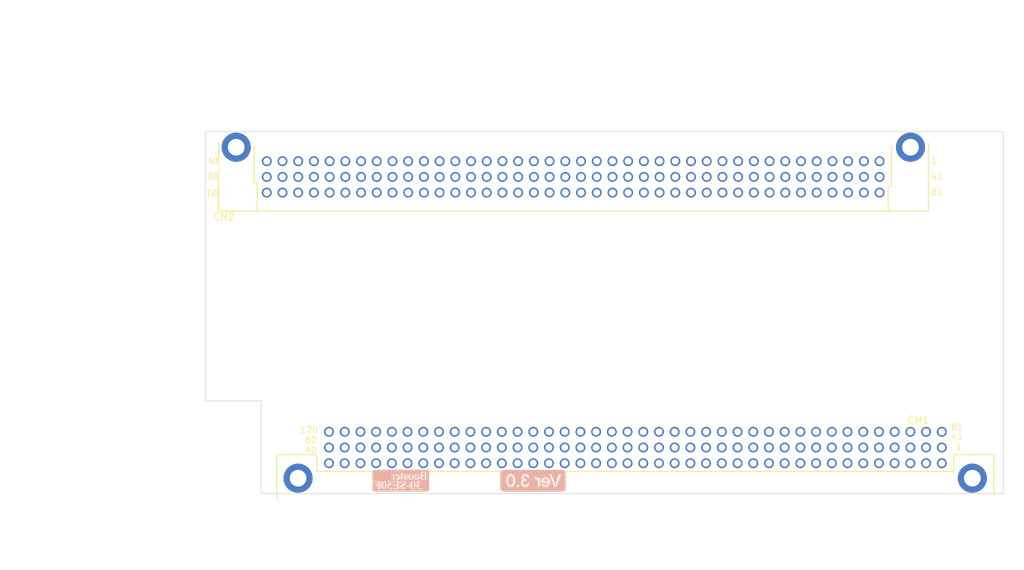
<source format=kicad_pcb>
(kicad_pcb (version 20240108) (generator "pcbnew") (generator_version "8.0")
  (layers (0 "F.Cu" signal) (1 "In1.Cu" signal) (2 "In2.Cu" signal) (31 "B.Cu" signal) (34 "B.Paste" user) (35 "F.Paste" user) (36 "B.SilkS" user "B.Silkscreen") (37 "F.SilkS" user "F.Silkscreen") (38 "B.Mask" user) (39 "F.Mask" user) (44 "Edge.Cuts" user))
  (net 0 "")
  (net 1 "/BR.PT")
  (net 2 "/A0")
  (net 3 "/A30")
  (net 4 "/A28")
  (net 5 "/A26")
  (net 6 "/A24")
  (net 7 "/A23")
  (net 8 "/A21")
  (net 9 "/A19")
  (net 10 "/A17")
  (net 11 "/A15")
  (net 12 "/A13")
  (net 13 "/A10")
  (net 14 "/RMC")
  (net 15 "/A31")
  (net 16 "/A29")
  (net 17 "/A27")
  (net 18 "/A25")
  (net 19 "/A22")
  (net 20 "/A20")
  (net 21 "/A16")
  (net 22 "/A14")
  (net 23 "/A12")
  (net 24 "/A8")
  (net 25 "/A7")
  (net 26 "/FC1")
  (net 27 "/CIOUT")
  (net 28 "/BGACK.PT")
  (net 29 "/A1")
  (net 30 "GND")
  (net 31 "+5V")
  (net 32 "/A18")
  (net 33 "/A11")
  (net 34 "/A9")
  (net 35 "/A5")
  (net 36 "/A4")
  (net 37 "/FC2")
  (net 38 "/FC0")
  (net 39 "/DSACK1.PDS")
  (net 40 "/A6")
  (net 41 "/A3")
  (net 42 "/A2")
  (net 43 "/DSACK0.PDS")
  (net 44 "/RESET")
  (net 45 "/IPL2")
  (net 46 "/IPL1")
  (net 47 "/BERR")
  (net 48 "/HALT")
  (net 49 "/IPL0")
  (net 50 "/CBACK")
  (net 51 "/CBREQ")
  (net 52 "/SIZ1")
  (net 53 "/D5")
  (net 54 "/D1")
  (net 55 "/D0")
  (net 56 "/SIZ0")
  (net 57 "/R{slash}W")
  (net 58 "/D30")
  (net 59 "/D10")
  (net 60 "/D7")
  (net 61 "/D4")
  (net 62 "/D2")
  (net 63 "/D29")
  (net 64 "/D27")
  (net 65 "/D24")
  (net 66 "/D22")
  (net 67 "/D20")
  (net 68 "/D17")
  (net 69 "/D14")
  (net 70 "/D12")
  (net 71 "/D9")
  (net 72 "/D6")
  (net 73 "/D3")
  (net 74 "/D31")
  (net 75 "/D28")
  (net 76 "/D26")
  (net 77 "/D25")
  (net 78 "/D23")
  (net 79 "/D21")
  (net 80 "/D19")
  (net 81 "/D18")
  (net 82 "/D16")
  (net 83 "/D15")
  (net 84 "/D13")
  (net 85 "/D11")
  (net 86 "/D8")
  (net 87 "/CPUCLK.PDS")
  (net 88 "/STERM.PDS")
  (net 89 "/AS.PDS")
  (net 90 "/BG.PT")
  (net 91 "/DS.PDS")
  (net 92 "/RESA1")
  (net 93 "/RESA2")
  (net 94 "/BUSLOCK")
  (net 95 "/IRQ3")
  (net 96 "-12V")
  (net 97 "/RESB1")
  (net 98 "/TM1A")
  (net 99 "/IRQ2")
  (net 100 "/ECLK")
  (net 101 "-5V")
  (net 102 "/PFW")
  (net 103 "/NUBUS")
  (net 104 "/TM0A")
  (net 105 "/IRQ1")
  (net 106 "/C16M")
  (net 107 "+12V")
  (footprint "MountingHole:MountingHole_2.7mm_M2.5_DIN965_Pad" (layer "F.Cu") (at 186 75)
    (property "Reference" "H3")
    (property "Value" "MountingHole_Pad")
    (pad "1" thru_hole circle (at 0 0) (size 4.7 4.7) (drill 2.7) (layers "*.Cu" "*.Mask"))
  )
  (footprint "Interware Booster:IW_650949-5 RA MALE" (layer "F.Cu") (at 142.73 128.24 -90)
    (property "Reference" "CN1" (at -9.14 -44.52 0) (layer "F.SilkS") (effects (font (size 1.2 1.2) (thickness 0.2) (bold yes))))
    (property "Value" "PDS_LB_MALE")
    (pad "A1" thru_hole circle (at -2.16 -48.33 270) (size 1.6 1.6) (drill 1.1) (layers "*.Cu" "*.Mask") (net 92 "/RESA1"))
    (pad "A2" thru_hole circle (at -2.16 -45.79 270) (size 1.6 1.6) (drill 1.1) (layers "*.Cu" "*.Mask") (net 93 "/RESA2"))
    (pad "A3" thru_hole circle (at -2.16 -43.25 270) (size 1.6 1.6) (drill 1.1) (layers "*.Cu" "*.Mask") (net 94 "/BUSLOCK"))
    (pad "A4" thru_hole circle (at -2.16 -40.71 270) (size 1.6 1.6) (drill 1.1) (layers "*.Cu" "*.Mask") (net 95 "/IRQ3"))
    (pad "A5" thru_hole circle (at -2.16 -38.17 270) (size 1.6 1.6) (drill 1.1) (layers "*.Cu" "*.Mask") (net 45 "/IPL2"))
    (pad "A6" thru_hole circle (at -2.16 -35.63 270) (size 1.6 1.6) (drill 1.1) (layers "*.Cu" "*.Mask") (net 27 "/CIOUT"))
    (pad "A7" thru_hole circle (at -2.16 -33.09 270) (size 1.6 1.6) (drill 1.1) (layers "*.Cu" "*.Mask") (net 88 "/STERM.PDS"))
    (pad "A8" thru_hole circle (at -2.16 -30.55 270) (size 1.6 1.6) (drill 1.1) (layers "*.Cu" "*.Mask") (net 39 "/DSACK1.PDS"))
    (pad "A9" thru_hole circle (at -2.16 -28.01 270) (size 1.6 1.6) (drill 1.1) (layers "*.Cu" "*.Mask") (net 52 "/SIZ1"))
    (pad "A10" thru_hole circle (at -2.16 -25.47 270) (size 1.6 1.6) (drill 1.1) (layers "*.Cu" "*.Mask") (net 28 "/BGACK.PT"))
    (pad "A11" thru_hole circle (at -2.16 -22.93 270) (size 1.6 1.6) (drill 1.1) (layers "*.Cu" "*.Mask") (net 37 "/FC2"))
    (pad "A12" thru_hole circle (at -2.16 -20.39 270) (size 1.6 1.6) (drill 1.1) (layers "*.Cu" "*.Mask") (net 44 "/RESET"))
    (pad "A13" thru_hole circle (at -2.16 -17.85 270) (size 1.6 1.6) (drill 1.1) (layers "*.Cu" "*.Mask") (net 55 "/D0"))
    (pad "A14" thru_hole circle (at -2.16 -15.31 270) (size 1.6 1.6) (drill 1.1) (layers "*.Cu" "*.Mask") (net 62 "/D2"))
    (pad "A15" thru_hole circle (at -2.16 -12.77 270) (size 1.6 1.6) (drill 1.1) (layers "*.Cu" "*.Mask") (net 53 "/D5"))
    (pad "A16" thru_hole circle (at -2.16 -10.23 270) (size 1.6 1.6) (drill 1.1) (layers "*.Cu" "*.Mask") (net 86 "/D8"))
    (pad "A17" thru_hole circle (at -2.16 -7.69 270) (size 1.6 1.6) (drill 1.1) (layers "*.Cu" "*.Mask") (net 59 "/D10"))
    (pad "A18" thru_hole circle (at -2.16 -5.15 270) (size 1.6 1.6) (drill 1.1) (layers "*.Cu" "*.Mask") (net 84 "/D13"))
    (pad "A19" thru_hole circle (at -2.16 -2.61 270) (size 1.6 1.6) (drill 1.1) (layers "*.Cu" "*.Mask") (net 82 "/D16"))
    (pad "A20" thru_hole circle (at -2.16 -0.07 270) (size 1.6 1.6) (drill 1.1) (layers "*.Cu" "*.Mask") (net 81 "/D18"))
    (pad "A21" thru_hole circle (at -2.16 2.47 270) (size 1.6 1.6) (drill 1.1) (layers "*.Cu" "*.Mask") (net 79 "/D21"))
    (pad "A22" thru_hole circle (at -2.16 5.01 270) (size 1.6 1.6) (drill 1.1) (layers "*.Cu" "*.Mask") (net 65 "/D24"))
    (pad "A23" thru_hole circle (at -2.16 7.55 270) (size 1.6 1.6) (drill 1.1) (layers "*.Cu" "*.Mask") (net 76 "/D26"))
    (pad "A24" thru_hole circle (at -2.16 10.09 270) (size 1.6 1.6) (drill 1.1) (layers "*.Cu" "*.Mask") (net 63 "/D29"))
    (pad "A25" thru_hole circle (at -2.16 12.63 270) (size 1.6 1.6) (drill 1.1) (layers "*.Cu" "*.Mask") (net 15 "/A31"))
    (pad "A26" thru_hole circle (at -2.16 15.17 270) (size 1.6 1.6) (drill 1.1) (layers "*.Cu" "*.Mask") (net 16 "/A29"))
    (pad "A27" thru_hole circle (at -2.16 17.71 270) (size 1.6 1.6) (drill 1.1) (layers "*.Cu" "*.Mask") (net 5 "/A26"))
    (pad "A28" thru_hole circle (at -2.16 20.25 270) (size 1.6 1.6) (drill 1.1) (layers "*.Cu" "*.Mask") (net 7 "/A23"))
    (pad "A29" thru_hole circle (at -2.16 22.79 270) (size 1.6 1.6) (drill 1.1) (layers "*.Cu" "*.Mask") (net 8 "/A21"))
    (pad "A30" thru_hole circle (at -2.16 25.33 270) (size 1.6 1.6) (drill 1.1) (layers "*.Cu" "*.Mask") (net 32 "/A18"))
    (pad "A31" thru_hole circle (at -2.16 27.87 270) (size 1.6 1.6) (drill 1.1) (layers "*.Cu" "*.Mask") (net 11 "/A15"))
    (pad "A32" thru_hole circle (at -2.16 30.41 270) (size 1.6 1.6) (drill 1.1) (layers "*.Cu" "*.Mask") (net 12 "/A13"))
    (pad "A33" thru_hole circle (at -2.16 32.95 270) (size 1.6 1.6) (drill 1.1) (layers "*.Cu" "*.Mask") (net 13 "/A10"))
    (pad "A34" thru_hole circle (at -2.16 35.49 270) (size 1.6 1.6) (drill 1.1) (layers "*.Cu" "*.Mask") (net 25 "/A7"))
    (pad "A35" thru_hole circle (at -2.16 38.03 270) (size 1.6 1.6) (drill 1.1) (layers "*.Cu" "*.Mask") (net 35 "/A5"))
    (pad "A36" thru_hole circle (at -2.16 40.57 270) (size 1.6 1.6) (drill 1.1) (layers "*.Cu" "*.Mask") (net 42 "/A2"))
    (pad "A37" thru_hole circle (at -2.16 43.11 270) (size 1.6 1.6) (drill 1.1) (layers "*.Cu" "*.Mask") (net 31 "+5V"))
    (pad "A38" thru_hole circle (at -2.16 45.65 270) (size 1.6 1.6) (drill 1.1) (layers "*.Cu" "*.Mask") (net 87 "/CPUCLK.PDS"))
    (pad "A39" thru_hole circle (at -2.16 48.19 270) (size 1.6 1.6) (drill 1.1) (layers "*.Cu" "*.Mask") (net 30 "GND"))
    (pad "A40" thru_hole circle (at -2.16 50.73 270) (size 1.6 1.6) (drill 1.1) (layers "*.Cu" "*.Mask") (net 96 "-12V"))
    (pad "B1" thru_hole circle (at -4.7 -48.33 270) (size 1.6 1.6) (drill 1.1) (layers "*.Cu" "*.Mask") (net 97 "/RESB1"))
    (pad "B2" thru_hole circle (at -4.7 -45.79 270) (size 1.6 1.6) (drill 1.1) (layers "*.Cu" "*.Mask") (net 30 "GND"))
    (pad "B3" thru_hole circle (at -4.7 -43.25 270) (size 1.6 1.6) (drill 1.1) (layers "*.Cu" "*.Mask") (net 98 "/TM1A"))
    (pad "B4" thru_hole circle (at -4.7 -40.71 270) (size 1.6 1.6) (drill 1.1) (layers "*.Cu" "*.Mask") (net 99 "/IRQ2"))
    (pad "B5" thru_hole circle (at -4.7 -38.17 270) (size 1.6 1.6) (drill 1.1) (layers "*.Cu" "*.Mask") (net 46 "/IPL1"))
    (pad "B6" thru_hole circle (at -4.7 -35.63 270) (size 1.6 1.6) (drill 1.1) (layers "*.Cu" "*.Mask") (net 91 "/DS.PDS"))
    (pad "B7" thru_hole circle (at -4.7 -33.09 270) (size 1.6 1.6) (drill 1.1) (layers "*.Cu" "*.Mask") (net 50 "/CBACK"))
    (pad "B8" thru_hole circle (at -4.7 -30.55 270) (size 1.6 1.6) (drill 1.1) (layers "*.Cu" "*.Mask") (net 43 "/DSACK0.PDS"))
    (pad "B9" thru_hole circle (at -4.7 -28.01 270) (size 1.6 1.6) (drill 1.1) (layers "*.Cu" "*.Mask") (net 56 "/SIZ0"))
    (pad "B10" thru_hole circle (at -4.7 -25.47 270) (size 1.6 1.6) (drill 1.1) (layers "*.Cu" "*.Mask") (net 90 "/BG.PT"))
    (pad "B11" thru_hole circle (at -4.7 -22.93 270) (size 1.6 1.6) (drill 1.1) (layers "*.Cu" "*.Mask") (net 26 "/FC1"))
    (pad "B12" thru_hole circle (at -4.7 -20.39 270) (size 1.6 1.6) (drill 1.1) (layers "*.Cu" "*.Mask") (net 47 "/BERR"))
    (pad "B13" thru_hole circle (at -4.7 -17.85 270) (size 1.6 1.6) (drill 1.1) (layers "*.Cu" "*.Mask") (net 31 "+5V"))
    (pad "B14" thru_hole circle (at -4.7 -15.31 270) (size 1.6 1.6) (drill 1.1) (layers "*.Cu" "*.Mask") (net 73 "/D3"))
    (pad "B15" thru_hole circle (at -4.7 -12.77 270) (size 1.6 1.6) (drill 1.1) (layers "*.Cu" "*.Mask") (net 72 "/D6"))
    (pad "B16" thru_hole circle (at -4.7 -10.23 270) (size 1.6 1.6) (drill 1.1) (layers "*.Cu" "*.Mask") (net 30 "GND"))
    (pad "B17" thru_hole circle (at -4.7 -7.69 270) (size 1.6 1.6) (drill 1.1) (layers "*.Cu" "*.Mask") (net 85 "/D11"))
    (pad "B18" thru_hole circle (at -4.7 -5.15 270) (size 1.6 1.6) (drill 1.1) (layers "*.Cu" "*.Mask") (net 69 "/D14"))
    (pad "B19" thru_hole circle (at -4.7 -2.61 270) (size 1.6 1.6) (drill 1.1) (layers "*.Cu" "*.Mask") (net 31 "+5V"))
    (pad "B20" thru_hole circle (at -4.7 -0.07 270) (size 1.6 1.6) (drill 1.1) (layers "*.Cu" "*.Mask") (net 80 "/D19"))
    (pad "B21" thru_hole circle (at -4.7 2.47 270) (size 1.6 1.6) (drill 1.1) (layers "*.Cu" "*.Mask") (net 66 "/D22"))
    (pad "B22" thru_hole circle (at -4.7 5.01 270) (size 1.6 1.6) (drill 1.1) (layers "*.Cu" "*.Mask") (net 30 "GND"))
    (pad "B23" thru_hole circle (at -4.7 7.55 270) (size 1.6 1.6) (drill 1.1) (layers "*.Cu" "*.Mask") (net 64 "/D27"))
    (pad "B24" thru_hole circle (at -4.7 10.09 270) (size 1.6 1.6) (drill 1.1) (layers "*.Cu" "*.Mask") (net 58 "/D30"))
    (pad "B25" thru_hole circle (at -4.7 12.63 270) (size 1.6 1.6) (drill 1.1) (layers "*.Cu" "*.Mask") (net 31 "+5V"))
    (pad "B26" thru_hole circle (at -4.7 15.17 270) (size 1.6 1.6) (drill 1.1) (layers "*.Cu" "*.Mask") (net 4 "/A28"))
    (pad "B27" thru_hole circle (at -4.7 17.71 270) (size 1.6 1.6) (drill 1.1) (layers "*.Cu" "*.Mask") (net 18 "/A25"))
    (pad "B28" thru_hole circle (at -4.7 20.25 270) (size 1.6 1.6) (drill 1.1) (layers "*.Cu" "*.Mask") (net 30 "GND"))
    (pad "B29" thru_hole circle (at -4.7 22.79 270) (size 1.6 1.6) (drill 1.1) (layers "*.Cu" "*.Mask") (net 20 "/A20"))
    (pad "B30" thru_hole circle (at -4.7 25.33 270) (size 1.6 1.6) (drill 1.1) (layers "*.Cu" "*.Mask") (net 10 "/A17"))
    (pad "B31" thru_hole circle (at -4.7 27.87 270) (size 1.6 1.6) (drill 1.1) (layers "*.Cu" "*.Mask") (net 31 "+5V"))
    (pad "B32" thru_hole circle (at -4.7 30.41 270) (size 1.6 1.6) (drill 1.1) (layers "*.Cu" "*.Mask") (net 23 "/A12"))
    (pad "B33" thru_hole circle (at -4.7 32.95 270) (size 1.6 1.6) (drill 1.1) (layers "*.Cu" "*.Mask") (net 34 "/A9"))
    (pad "B34" thru_hole circle (at -4.7 35.49 270) (size 1.6 1.6) (drill 1.1) (layers "*.Cu" "*.Mask") (net 30 "GND"))
    (pad "B35" thru_hole circle (at -4.7 38.03 270) (size 1.6 1.6) (drill 1.1) (layers "*.Cu" "*.Mask") (net 36 "/A4"))
    (pad "B36" thru_hole circle (at -4.7 40.57 270) (size 1.6 1.6) (drill 1.1) (layers "*.Cu" "*.Mask") (net 29 "/A1"))
    (pad "B37" thru_hole circle (at -4.7 43.11 270) (size 1.6 1.6) (drill 1.1) (layers "*.Cu" "*.Mask") (net 31 "+5V"))
    (pad "B38" thru_hole circle (at -4.7 45.65 270) (size 1.6 1.6) (drill 1.1) (layers "*.Cu" "*.Mask") (net 100 "/ECLK"))
    (pad "B39" thru_hole circle (at -4.7 48.19 270) (size 1.6 1.6) (drill 1.1) (layers "*.Cu" "*.Mask") (net 30 "GND"))
    (pad "B40" thru_hole circle (at -4.7 50.73 270) (size 1.6 1.6) (drill 1.1) (layers "*.Cu" "*.Mask") (net 101 "-5V"))
    (pad "C1" thru_hole circle (at -7.24 -48.33 270) (size 1.6 1.6) (drill 1.1) (layers "*.Cu" "*.Mask") (net 102 "/PFW"))
    (pad "C2" thru_hole circle (at -7.24 -45.79 270) (size 1.6 1.6) (drill 1.1) (layers "*.Cu" "*.Mask") (net 103 "/NUBUS"))
    (pad "C3" thru_hole circle (at -7.24 -43.25 270) (size 1.6 1.6) (drill 1.1) (layers "*.Cu" "*.Mask") (net 104 "/TM0A"))
    (pad "C4" thru_hole circle (at -7.24 -40.71 270) (size 1.6 1.6) (drill 1.1) (layers "*.Cu" "*.Mask") (net 105 "/IRQ1"))
    (pad "C5" thru_hole circle (at -7.24 -38.17 270) (size 1.6 1.6) (drill 1.1) (layers "*.Cu" "*.Mask") (net 49 "/IPL0"))
    (pad "C6" thru_hole circle (at -7.24 -35.63 270) (size 1.6 1.6) (drill 1.1) (layers "*.Cu" "*.Mask") (net 14 "/RMC"))
    (pad "C7" thru_hole circle (at -7.24 -33.09 270) (size 1.6 1.6) (drill 1.1) (layers "*.Cu" "*.Mask") (net 51 "/CBREQ"))
    (pad "C8" thru_hole circle (at -7.24 -30.55 270) (size 1.6 1.6) (drill 1.1) (layers "*.Cu" "*.Mask") (net 57 "/R{slash}W"))
    (pad "C9" thru_hole circle (at -7.24 -28.01 270) (size 1.6 1.6) (drill 1.1) (layers "*.Cu" "*.Mask") (net 89 "/AS.PDS"))
    (pad "C10" thru_hole circle (at -7.24 -25.47 270) (size 1.6 1.6) (drill 1.1) (layers "*.Cu" "*.Mask") (net 1 "/BR.PT"))
    (pad "C11" thru_hole circle (at -7.24 -22.93 270) (size 1.6 1.6) (drill 1.1) (layers "*.Cu" "*.Mask") (net 38 "/FC0"))
    (pad "C12" thru_hole circle (at -7.24 -20.39 270) (size 1.6 1.6) (drill 1.1) (layers "*.Cu" "*.Mask") (net 48 "/HALT"))
    (pad "C13" thru_hole circle (at -7.24 -17.85 270) (size 1.6 1.6) (drill 1.1) (layers "*.Cu" "*.Mask") (net 54 "/D1"))
    (pad "C14" thru_hole circle (at -7.24 -15.31 270) (size 1.6 1.6) (drill 1.1) (layers "*.Cu" "*.Mask") (net 61 "/D4"))
    (pad "C15" thru_hole circle (at -7.24 -12.77 270) (size 1.6 1.6) (drill 1.1) (layers "*.Cu" "*.Mask") (net 60 "/D7"))
    (pad "C16" thru_hole circle (at -7.24 -10.23 270) (size 1.6 1.6) (drill 1.1) (layers "*.Cu" "*.Mask") (net 71 "/D9"))
    (pad "C17" thru_hole circle (at -7.24 -7.69 270) (size 1.6 1.6) (drill 1.1) (layers "*.Cu" "*.Mask") (net 70 "/D12"))
    (pad "C18" thru_hole circle (at -7.24 -5.15 270) (size 1.6 1.6) (drill 1.1) (layers "*.Cu" "*.Mask") (net 83 "/D15"))
    (pad "C19" thru_hole circle (at -7.24 -2.61 270) (size 1.6 1.6) (drill 1.1) (layers "*.Cu" "*.Mask") (net 68 "/D17"))
    (pad "C20" thru_hole circle (at -7.24 -0.07 270) (size 1.6 1.6) (drill 1.1) (layers "*.Cu" "*.Mask") (net 67 "/D20"))
    (pad "C21" thru_hole circle (at -7.24 2.47 270) (size 1.6 1.6) (drill 1.1) (layers "*.Cu" "*.Mask") (net 78 "/D23"))
    (pad "C22" thru_hole circle (at -7.24 5.01 270) (size 1.6 1.6) (drill 1.1) (layers "*.Cu" "*.Mask") (net 77 "/D25"))
    (pad "C23" thru_hole circle (at -7.24 7.55 270) (size 1.6 1.6) (drill 1.1) (layers "*.Cu" "*.Mask") (net 75 "/D28"))
    (pad "C24" thru_hole circle (at -7.24 10.09 270) (size 1.6 1.6) (drill 1.1) (layers "*.Cu" "*.Mask") (net 74 "/D31"))
    (pad "C25" thru_hole circle (at -7.24 12.63 270) (size 1.6 1.6) (drill 1.1) (layers "*.Cu" "*.Mask") (net 3 "/A30"))
    (pad "C26" thru_hole circle (at -7.24 15.17 270) (size 1.6 1.6) (drill 1.1) (layers "*.Cu" "*.Mask") (net 17 "/A27"))
    (pad "C27" thru_hole circle (at -7.24 17.71 270) (size 1.6 1.6) (drill 1.1) (layers "*.Cu" "*.Mask") (net 6 "/A24"))
    (pad "C28" thru_hole circle (at -7.24 20.25 270) (size 1.6 1.6) (drill 1.1) (layers "*.Cu" "*.Mask") (net 19 "/A22"))
    (pad "C29" thru_hole circle (at -7.24 22.79 270) (size 1.6 1.6) (drill 1.1) (layers "*.Cu" "*.Mask") (net 9 "/A19"))
    (pad "C30" thru_hole circle (at -7.24 25.33 270) (size 1.6 1.6) (drill 1.1) (layers "*.Cu" "*.Mask") (net 21 "/A16"))
    (pad "C31" thru_hole circle (at -7.24 27.87 270) (size 1.6 1.6) (drill 1.1) (layers "*.Cu" "*.Mask") (net 22 "/A14"))
    (pad "C32" thru_hole circle (at -7.24 30.41 270) (size 1.6 1.6) (drill 1.1) (layers "*.Cu" "*.Mask") (net 33 "/A11"))
    (pad "C33" thru_hole circle (at -7.24 32.95 270) (size 1.6 1.6) (drill 1.1) (layers "*.Cu" "*.Mask") (net 24 "/A8"))
    (pad "C34" thru_hole circle (at -7.24 35.49 270) (size 1.6 1.6) (drill 1.1) (layers "*.Cu" "*.Mask") (net 40 "/A6"))
    (pad "C35" thru_hole circle (at -7.24 38.03 270) (size 1.6 1.6) (drill 1.1) (layers "*.Cu" "*.Mask") (net 41 "/A3"))
    (pad "C36" thru_hole circle (at -7.24 40.57 270) (size 1.6 1.6) (drill 1.1) (layers "*.Cu" "*.Mask") (net 2 "/A0"))
    (pad "C37" thru_hole circle (at -7.24 43.11 270) (size 1.6 1.6) (drill 1.1) (layers "*.Cu" "*.Mask") (net 31 "+5V"))
    (pad "C38" thru_hole circle (at -7.24 45.65 270) (size 1.6 1.6) (drill 1.1) (layers "*.Cu" "*.Mask") (net 106 "/C16M"))
    (pad "C39" thru_hole circle (at -7.24 48.19 270) (size 1.6 1.6) (drill 1.1) (layers "*.Cu" "*.Mask") (net 30 "GND"))
    (pad "C40" thru_hole circle (at -7.24 50.73 270) (size 1.6 1.6) (drill 1.1) (layers "*.Cu" "*.Mask") (net 107 "+12V"))
  )
  (footprint "Interware Booster:IW_650874-4 RA FEMALE" (layer "F.Cu") (at 134.9 77.3274)
    (property "Reference" "CN2" (at -59.9 8.922563 0) (layer "F.SilkS") (effects (font (size 1.2 1.2) (thickness 0.2) (bold yes))))
    (property "Value" "PDS_PT_FEMALE")
    (fp_text user "1" (at 54.35 0.422563 0) (layer "F.SilkS") (effects (font (thickness 0.153)) (justify left bottom)))
    (fp_text user "120" (at -62.8 5.672563 0) (layer "F.SilkS") (effects (font (size 1 0.65) (thickness 0.153) (bold yes)) (justify left bottom)))
    (fp_text user "40" (at -62.5 0.4726 0) (layer "F.SilkS") (effects (font (size 1 0.8) (thickness 0.153) (bold yes)) (justify left bottom)))
    (fp_text user "41" (at 54.35 3 0) (layer "F.SilkS") (effects (font (thickness 0.153)) (justify left bottom)))
    (fp_text user "81" (at 54.35 5.5 0) (layer "F.SilkS") (effects (font (thickness 0.153) (bold yes)) (justify left bottom)))
    (fp_text user "80" (at -62.5 2.922563 0) (layer "F.SilkS") (effects (font (size 1 0.8) (thickness 0.153) (bold yes)) (justify left bottom)))
    (pad "A1" thru_hole circle (at 46.1 -0.07 270) (size 1.6 1.6) (drill 1.1) (layers "*.Cu" "*.Mask") (net 92 "/RESA1"))
    (pad "A2" thru_hole circle (at 43.56 -0.07 270) (size 1.6 1.6) (drill 1.1) (layers "*.Cu" "*.Mask") (net 93 "/RESA2"))
    (pad "A3" thru_hole circle (at 41.02 -0.07 270) (size 1.6 1.6) (drill 1.1) (layers "*.Cu" "*.Mask") (net 94 "/BUSLOCK"))
    (pad "A4" thru_hole circle (at 38.48 -0.07 270) (size 1.6 1.6) (drill 1.1) (layers "*.Cu" "*.Mask") (net 95 "/IRQ3"))
    (pad "A5" thru_hole circle (at 35.94 -0.07 270) (size 1.6 1.6) (drill 1.1) (layers "*.Cu" "*.Mask") (net 45 "/IPL2"))
    (pad "A6" thru_hole circle (at 33.4 -0.07 270) (size 1.6 1.6) (drill 1.1) (layers "*.Cu" "*.Mask") (net 27 "/CIOUT"))
    (pad "A7" thru_hole circle (at 30.86 -0.07 270) (size 1.6 1.6) (drill 1.1) (layers "*.Cu" "*.Mask") (net 88 "/STERM.PDS"))
    (pad "A8" thru_hole circle (at 28.32 -0.07 270) (size 1.6 1.6) (drill 1.1) (layers "*.Cu" "*.Mask") (net 39 "/DSACK1.PDS"))
    (pad "A9" thru_hole circle (at 25.78 -0.07 270) (size 1.6 1.6) (drill 1.1) (layers "*.Cu" "*.Mask") (net 52 "/SIZ1"))
    (pad "A10" thru_hole circle (at 23.24 -0.07 270) (size 1.6 1.6) (drill 1.1) (layers "*.Cu" "*.Mask") (net 28 "/BGACK.PT"))
    (pad "A11" thru_hole circle (at 20.7 -0.07 270) (size 1.6 1.6) (drill 1.1) (layers "*.Cu" "*.Mask") (net 37 "/FC2"))
    (pad "A12" thru_hole circle (at 18.16 -0.07 270) (size 1.6 1.6) (drill 1.1) (layers "*.Cu" "*.Mask") (net 44 "/RESET"))
    (pad "A13" thru_hole circle (at 15.62 -0.07 270) (size 1.6 1.6) (drill 1.1) (layers "*.Cu" "*.Mask") (net 55 "/D0"))
    (pad "A14" thru_hole circle (at 13.08 -0.07 270) (size 1.6 1.6) (drill 1.1) (layers "*.Cu" "*.Mask") (net 62 "/D2"))
    (pad "A15" thru_hole circle (at 10.54 -0.07 270) (size 1.6 1.6) (drill 1.1) (layers "*.Cu" "*.Mask") (net 53 "/D5"))
    (pad "A16" thru_hole circle (at 8 -0.07 270) (size 1.6 1.6) (drill 1.1) (layers "*.Cu" "*.Mask") (net 86 "/D8"))
    (pad "A17" thru_hole circle (at 5.46 -0.07 270) (size 1.6 1.6) (drill 1.1) (layers "*.Cu" "*.Mask") (net 59 "/D10"))
    (pad "A18" thru_hole circle (at 2.92 -0.07 270) (size 1.6 1.6) (drill 1.1) (layers "*.Cu" "*.Mask") (net 84 "/D13"))
    (pad "A19" thru_hole circle (at 0.38 -0.07 270) (size 1.6 1.6) (drill 1.1) (layers "*.Cu" "*.Mask") (net 82 "/D16"))
    (pad "A20" thru_hole circle (at -2.16 -0.07 270) (size 1.6 1.6) (drill 1.1) (layers "*.Cu" "*.Mask") (net 81 "/D18"))
    (pad "A21" thru_hole circle (at -4.7 -0.07 270) (size 1.6 1.6) (drill 1.1) (layers "*.Cu" "*.Mask") (net 79 "/D21"))
    (pad "A22" thru_hole circle (at -7.24 -0.07 270) (size 1.6 1.6) (drill 1.1) (layers "*.Cu" "*.Mask") (net 65 "/D24"))
    (pad "A23" thru_hole circle (at -9.78 -0.07 270) (size 1.6 1.6) (drill 1.1) (layers "*.Cu" "*.Mask") (net 76 "/D26"))
    (pad "A24" thru_hole circle (at -12.32 -0.07 270) (size 1.6 1.6) (drill 1.1) (layers "*.Cu" "*.Mask") (net 63 "/D29"))
    (pad "A25" thru_hole circle (at -14.86 -0.07 270) (size 1.6 1.6) (drill 1.1) (layers "*.Cu" "*.Mask") (net 15 "/A31"))
    (pad "A26" thru_hole circle (at -17.4 -0.07 270) (size 1.6 1.6) (drill 1.1) (layers "*.Cu" "*.Mask") (net 16 "/A29"))
    (pad "A27" thru_hole circle (at -19.94 -0.07 270) (size 1.6 1.6) (drill 1.1) (layers "*.Cu" "*.Mask") (net 5 "/A26"))
    (pad "A28" thru_hole circle (at -22.48 -0.07 270) (size 1.6 1.6) (drill 1.1) (layers "*.Cu" "*.Mask") (net 7 "/A23"))
    (pad "A29" thru_hole circle (at -25.02 -0.07 270) (size 1.6 1.6) (drill 1.1) (layers "*.Cu" "*.Mask") (net 8 "/A21"))
    (pad "A30" thru_hole circle (at -27.56 -0.07 270) (size 1.6 1.6) (drill 1.1) (layers "*.Cu" "*.Mask") (net 32 "/A18"))
    (pad "A31" thru_hole circle (at -30.1 -0.07 270) (size 1.6 1.6) (drill 1.1) (layers "*.Cu" "*.Mask") (net 11 "/A15"))
    (pad "A32" thru_hole circle (at -32.64 -0.07 270) (size 1.6 1.6) (drill 1.1) (layers "*.Cu" "*.Mask") (net 12 "/A13"))
    (pad "A33" thru_hole circle (at -35.18 -0.07 270) (size 1.6 1.6) (drill 1.1) (layers "*.Cu" "*.Mask") (net 13 "/A10"))
    (pad "A34" thru_hole circle (at -37.72 -0.07 270) (size 1.6 1.6) (drill 1.1) (layers "*.Cu" "*.Mask") (net 25 "/A7"))
    (pad "A35" thru_hole circle (at -40.26 -0.07 270) (size 1.6 1.6) (drill 1.1) (layers "*.Cu" "*.Mask") (net 35 "/A5"))
    (pad "A36" thru_hole circle (at -42.8 -0.07 270) (size 1.6 1.6) (drill 1.1) (layers "*.Cu" "*.Mask") (net 42 "/A2"))
    (pad "A37" thru_hole circle (at -45.34 -0.07 270) (size 1.6 1.6) (drill 1.1) (layers "*.Cu" "*.Mask") (net 31 "+5V"))
    (pad "A38" thru_hole circle (at -47.88 -0.07 270) (size 1.6 1.6) (drill 1.1) (layers "*.Cu" "*.Mask") (net 87 "/CPUCLK.PDS"))
    (pad "A39" thru_hole circle (at -50.42 -0.07 270) (size 1.6 1.6) (drill 1.1) (layers "*.Cu" "*.Mask") (net 30 "GND"))
    (pad "A40" thru_hole circle (at -52.96 -0.07 270) (size 1.6 1.6) (drill 1.1) (layers "*.Cu" "*.Mask") (net 96 "-12V"))
    (pad "B1" thru_hole circle (at 46.1 2.47 270) (size 1.6 1.6) (drill 1.1) (layers "*.Cu" "*.Mask") (net 97 "/RESB1"))
    (pad "B2" thru_hole circle (at 43.56 2.47 270) (size 1.6 1.6) (drill 1.1) (layers "*.Cu" "*.Mask") (net 30 "GND"))
    (pad "B3" thru_hole circle (at 41.02 2.47 270) (size 1.6 1.6) (drill 1.1) (layers "*.Cu" "*.Mask") (net 98 "/TM1A"))
    (pad "B4" thru_hole circle (at 38.48 2.47 270) (size 1.6 1.6) (drill 1.1) (layers "*.Cu" "*.Mask") (net 99 "/IRQ2"))
    (pad "B5" thru_hole circle (at 35.94 2.47 270) (size 1.6 1.6) (drill 1.1) (layers "*.Cu" "*.Mask") (net 46 "/IPL1"))
    (pad "B6" thru_hole circle (at 33.4 2.47 270) (size 1.6 1.6) (drill 1.1) (layers "*.Cu" "*.Mask") (net 91 "/DS.PDS"))
    (pad "B7" thru_hole circle (at 30.86 2.47 270) (size 1.6 1.6) (drill 1.1) (layers "*.Cu" "*.Mask") (net 50 "/CBACK"))
    (pad "B8" thru_hole circle (at 28.32 2.47 270) (size 1.6 1.6) (drill 1.1) (layers "*.Cu" "*.Mask") (net 43 "/DSACK0.PDS"))
    (pad "B9" thru_hole circle (at 25.78 2.47 270) (size 1.6 1.6) (drill 1.1) (layers "*.Cu" "*.Mask") (net 56 "/SIZ0"))
    (pad "B10" thru_hole circle (at 23.24 2.47 270) (size 1.6 1.6) (drill 1.1) (layers "*.Cu" "*.Mask") (net 90 "/BG.PT"))
    (pad "B11" thru_hole circle (at 20.7 2.47 270) (size 1.6 1.6) (drill 1.1) (layers "*.Cu" "*.Mask") (net 26 "/FC1"))
    (pad "B12" thru_hole circle (at 18.16 2.47 270) (size 1.6 1.6) (drill 1.1) (layers "*.Cu" "*.Mask") (net 47 "/BERR"))
    (pad "B13" thru_hole circle (at 15.62 2.47 270) (size 1.6 1.6) (drill 1.1) (layers "*.Cu" "*.Mask") (net 31 "+5V"))
    (pad "B14" thru_hole circle (at 13.08 2.47 270) (size 1.6 1.6) (drill 1.1) (layers "*.Cu" "*.Mask") (net 73 "/D3"))
    (pad "B15" thru_hole circle (at 10.54 2.47 270) (size 1.6 1.6) (drill 1.1) (layers "*.Cu" "*.Mask") (net 72 "/D6"))
    (pad "B16" thru_hole circle (at 8 2.47 270) (size 1.6 1.6) (drill 1.1) (layers "*.Cu" "*.Mask") (net 30 "GND"))
    (pad "B17" thru_hole circle (at 5.46 2.47 270) (size 1.6 1.6) (drill 1.1) (layers "*.Cu" "*.Mask") (net 85 "/D11"))
    (pad "B18" thru_hole circle (at 2.92 2.47 270) (size 1.6 1.6) (drill 1.1) (layers "*.Cu" "*.Mask") (net 69 "/D14"))
    (pad "B19" thru_hole circle (at 0.38 2.47 270) (size 1.6 1.6) (drill 1.1) (layers "*.Cu" "*.Mask") (net 31 "+5V"))
    (pad "B20" thru_hole circle (at -2.16 2.47 270) (size 1.6 1.6) (drill 1.1) (layers "*.Cu" "*.Mask") (net 80 "/D19"))
    (pad "B21" thru_hole circle (at -4.7 2.47 270) (size 1.6 1.6) (drill 1.1) (layers "*.Cu" "*.Mask") (net 66 "/D22"))
    (pad "B22" thru_hole circle (at -7.24 2.47 270) (size 1.6 1.6) (drill 1.1) (layers "*.Cu" "*.Mask") (net 30 "GND"))
    (pad "B23" thru_hole circle (at -9.78 2.47 270) (size 1.6 1.6) (drill 1.1) (layers "*.Cu" "*.Mask") (net 64 "/D27"))
    (pad "B24" thru_hole circle (at -12.32 2.47 270) (size 1.6 1.6) (drill 1.1) (layers "*.Cu" "*.Mask") (net 58 "/D30"))
    (pad "B25" thru_hole circle (at -14.86 2.47 270) (size 1.6 1.6) (drill 1.1) (layers "*.Cu" "*.Mask") (net 31 "+5V"))
    (pad "B26" thru_hole circle (at -17.4 2.47 270) (size 1.6 1.6) (drill 1.1) (layers "*.Cu" "*.Mask") (net 4 "/A28"))
    (pad "B27" thru_hole circle (at -19.94 2.47 270) (size 1.6 1.6) (drill 1.1) (layers "*.Cu" "*.Mask") (net 18 "/A25"))
    (pad "B28" thru_hole circle (at -22.48 2.47 270) (size 1.6 1.6) (drill 1.1) (layers "*.Cu" "*.Mask") (net 30 "GND"))
    (pad "B29" thru_hole circle (at -25.02 2.47 270) (size 1.6 1.6) (drill 1.1) (layers "*.Cu" "*.Mask") (net 20 "/A20"))
    (pad "B30" thru_hole circle (at -27.56 2.47 270) (size 1.6 1.6) (drill 1.1) (layers "*.Cu" "*.Mask") (net 10 "/A17"))
    (pad "B31" thru_hole circle (at -30.1 2.47 270) (size 1.6 1.6) (drill 1.1) (layers "*.Cu" "*.Mask") (net 31 "+5V"))
    (pad "B32" thru_hole circle (at -32.64 2.47 270) (size 1.6 1.6) (drill 1.1) (layers "*.Cu" "*.Mask") (net 23 "/A12"))
    (pad "B33" thru_hole circle (at -35.18 2.47 270) (size 1.6 1.6) (drill 1.1) (layers "*.Cu" "*.Mask") (net 34 "/A9"))
    (pad "B34" thru_hole circle (at -37.72 2.47 270) (size 1.6 1.6) (drill 1.1) (layers "*.Cu" "*.Mask") (net 30 "GND"))
    (pad "B35" thru_hole circle (at -40.26 2.47 270) (size 1.6 1.6) (drill 1.1) (layers "*.Cu" "*.Mask") (net 36 "/A4"))
    (pad "B36" thru_hole circle (at -42.8 2.47 270) (size 1.6 1.6) (drill 1.1) (layers "*.Cu" "*.Mask") (net 29 "/A1"))
    (pad "B37" thru_hole circle (at -45.34 2.47 270) (size 1.6 1.6) (drill 1.1) (layers "*.Cu" "*.Mask") (net 31 "+5V"))
    (pad "B38" thru_hole circle (at -47.88 2.47 270) (size 1.6 1.6) (drill 1.1) (layers "*.Cu" "*.Mask") (net 100 "/ECLK"))
    (pad "B39" thru_hole circle (at -50.42 2.47 270) (size 1.6 1.6) (drill 1.1) (layers "*.Cu" "*.Mask") (net 30 "GND"))
    (pad "B40" thru_hole circle (at -52.96 2.47 270) (size 1.6 1.6) (drill 1.1) (layers "*.Cu" "*.Mask") (net 101 "-5V"))
    (pad "C1" thru_hole circle (at 46.1 5.01 270) (size 1.6 1.6) (drill 1.1) (layers "*.Cu" "*.Mask") (net 102 "/PFW"))
    (pad "C2" thru_hole circle (at 43.56 5.01 270) (size 1.6 1.6) (drill 1.1) (layers "*.Cu" "*.Mask") (net 103 "/NUBUS"))
    (pad "C3" thru_hole circle (at 41.02 5.01 270) (size 1.6 1.6) (drill 1.1) (layers "*.Cu" "*.Mask") (net 104 "/TM0A"))
    (pad "C4" thru_hole circle (at 38.48 5.01 270) (size 1.6 1.6) (drill 1.1) (layers "*.Cu" "*.Mask") (net 105 "/IRQ1"))
    (pad "C5" thru_hole circle (at 35.94 5.01 270) (size 1.6 1.6) (drill 1.1) (layers "*.Cu" "*.Mask") (net 49 "/IPL0"))
    (pad "C6" thru_hole circle (at 33.4 5.01 270) (size 1.6 1.6) (drill 1.1) (layers "*.Cu" "*.Mask") (net 14 "/RMC"))
    (pad "C7" thru_hole circle (at 30.86 5.01 270) (size 1.6 1.6) (drill 1.1) (layers "*.Cu" "*.Mask") (net 51 "/CBREQ"))
    (pad "C8" thru_hole circle (at 28.32 5.01 270) (size 1.6 1.6) (drill 1.1) (layers "*.Cu" "*.Mask") (net 57 "/R{slash}W"))
    (pad "C9" thru_hole circle (at 25.78 5.01 270) (size 1.6 1.6) (drill 1.1) (layers "*.Cu" "*.Mask") (net 89 "/AS.PDS"))
    (pad "C10" thru_hole circle (at 23.24 5.01 270) (size 1.6 1.6) (drill 1.1) (layers "*.Cu" "*.Mask") (net 1 "/BR.PT"))
    (pad "C11" thru_hole circle (at 20.7 5.01 270) (size 1.6 1.6) (drill 1.1) (layers "*.Cu" "*.Mask") (net 38 "/FC0"))
    (pad "C12" thru_hole circle (at 18.16 5.01 270) (size 1.6 1.6) (drill 1.1) (layers "*.Cu" "*.Mask") (net 48 "/HALT"))
    (pad "C13" thru_hole circle (at 15.62 5.01 270) (size 1.6 1.6) (drill 1.1) (layers "*.Cu" "*.Mask") (net 54 "/D1"))
    (pad "C14" thru_hole circle (at 13.08 5.01 270) (size 1.6 1.6) (drill 1.1) (layers "*.Cu" "*.Mask") (net 61 "/D4"))
    (pad "C15" thru_hole circle (at 10.54 5.01 270) (size 1.6 1.6) (drill 1.1) (layers "*.Cu" "*.Mask") (net 60 "/D7"))
    (pad "C16" thru_hole circle (at 8 5.01 270) (size 1.6 1.6) (drill 1.1) (layers "*.Cu" "*.Mask") (net 71 "/D9"))
    (pad "C17" thru_hole circle (at 5.46 5.01 270) (size 1.6 1.6) (drill 1.1) (layers "*.Cu" "*.Mask") (net 70 "/D12"))
    (pad "C18" thru_hole circle (at 2.92 5.01 270) (size 1.6 1.6) (drill 1.1) (layers "*.Cu" "*.Mask") (net 83 "/D15"))
    (pad "C19" thru_hole circle (at 0.38 5.01 270) (size 1.6 1.6) (drill 1.1) (layers "*.Cu" "*.Mask") (net 68 "/D17"))
    (pad "C20" thru_hole circle (at -2.16 5.01 270) (size 1.6 1.6) (drill 1.1) (layers "*.Cu" "*.Mask") (net 67 "/D20"))
    (pad "C21" thru_hole circle (at -4.7 5.01 270) (size 1.6 1.6) (drill 1.1) (layers "*.Cu" "*.Mask") (net 78 "/D23"))
    (pad "C22" thru_hole circle (at -7.24 5.01 270) (size 1.6 1.6) (drill 1.1) (layers "*.Cu" "*.Mask") (net 77 "/D25"))
    (pad "C23" thru_hole circle (at -9.78 5.01 270) (size 1.6 1.6) (drill 1.1) (layers "*.Cu" "*.Mask") (net 75 "/D28"))
    (pad "C24" thru_hole circle (at -12.32 5.01 270) (size 1.6 1.6) (drill 1.1) (layers "*.Cu" "*.Mask") (net 74 "/D31"))
    (pad "C25" thru_hole circle (at -14.86 5.01 270) (size 1.6 1.6) (drill 1.1) (layers "*.Cu" "*.Mask") (net 3 "/A30"))
    (pad "C26" thru_hole circle (at -17.4 5.01 270) (size 1.6 1.6) (drill 1.1) (layers "*.Cu" "*.Mask") (net 17 "/A27"))
    (pad "C27" thru_hole circle (at -19.94 5.01 270) (size 1.6 1.6) (drill 1.1) (layers "*.Cu" "*.Mask") (net 6 "/A24"))
    (pad "C28" thru_hole circle (at -22.48 5.01 270) (size 1.6 1.6) (drill 1.1) (layers "*.Cu" "*.Mask") (net 19 "/A22"))
    (pad "C29" thru_hole circle (at -25.02 5.01 270) (size 1.6 1.6) (drill 1.1) (layers "*.Cu" "*.Mask") (net 9 "/A19"))
    (pad "C30" thru_hole circle (at -27.56 5.01 270) (size 1.6 1.6) (drill 1.1) (layers "*.Cu" "*.Mask") (net 21 "/A16"))
    (pad "C31" thru_hole circle (at -30.1 5.01 270) (size 1.6 1.6) (drill 1.1) (layers "*.Cu" "*.Mask") (net 22 "/A14"))
    (pad "C32" thru_hole circle (at -32.64 5.01 270) (size 1.6 1.6) (drill 1.1) (layers "*.Cu" "*.Mask") (net 33 "/A11"))
    (pad "C33" thru_hole circle (at -35.18 5.01 270) (size 1.6 1.6) (drill 1.1) (layers "*.Cu" "*.Mask") (net 24 "/A8"))
    (pad "C34" thru_hole circle (at -37.72 5.01 270) (size 1.6 1.6) (drill 1.1) (layers "*.Cu" "*.Mask") (net 40 "/A6"))
    (pad "C35" thru_hole circle (at -40.26 5.01 270) (size 1.6 1.6) (drill 1.1) (layers "*.Cu" "*.Mask") (net 41 "/A3"))
    (pad "C36" thru_hole circle (at -42.8 5.01 270) (size 1.6 1.6) (drill 1.1) (layers "*.Cu" "*.Mask") (net 2 "/A0"))
    (pad "C37" thru_hole circle (at -45.34 5.01 270) (size 1.6 1.6) (drill 1.1) (layers "*.Cu" "*.Mask") (net 31 "+5V"))
    (pad "C38" thru_hole circle (at -47.88 5.01 270) (size 1.6 1.6) (drill 1.1) (layers "*.Cu" "*.Mask") (net 106 "/C16M"))
    (pad "C39" thru_hole circle (at -50.42 5.01 270) (size 1.6 1.6) (drill 1.1) (layers "*.Cu" "*.Mask") (net 30 "GND"))
    (pad "C40" thru_hole circle (at -52.96 5.01 270) (size 1.6 1.6) (drill 1.1) (layers "*.Cu" "*.Mask") (net 107 "+12V"))
  )
  (footprint "MountingHole:MountingHole_2.7mm_M2.5_DIN965_Pad" (layer "F.Cu") (at 77 75)
    (property "Reference" "H5")
    (property "Value" "MountingHole_Pad")
    (pad "1" thru_hole circle (at 0 0) (size 4.7 4.7) (drill 2.7) (layers "*.Cu" "*.Mask"))
  )
  (footprint "MountingHole:MountingHole_2.7mm_M2.5_DIN965_Pad" (layer "F.Cu") (at 87 128.5)
    (property "Reference" "H2")
    (property "Value" "MountingHole_Pad")
    (pad "1" thru_hole circle (at 0 0) (size 4.7 4.7) (drill 2.7) (layers "*.Cu" "*.Mask"))
  )
  (footprint "MountingHole:MountingHole_2.7mm_M2.5_DIN965_Pad" (layer "F.Cu") (at 196 128.5)
    (property "Reference" "H1")
    (property "Value" "MountingHole_Pad")
    (pad "1" thru_hole circle (at 0 0) (size 4.7 4.7) (drill 2.7) (layers "*.Cu" "*.Mask"))
  )
  (footprint "Interware Booster:IW_Label_Booster" (layer "B.Cu") (at 103.6 128.9 180)
    (property "Reference" "G***" (hide yes))
    (property "Value" "LOGO" (hide yes))
  )
  (footprint "Interware Booster:IW_Label_Ver3.0" (layer "B.Cu") (at 125 128.9 180)
    (property "Reference" "G***" (hide yes))
    (property "Value" "LOGO" (hide yes))
  )
  (gr_line (start 72 116) (end 72 72.5) (stroke (width 0.1)) (layer "Edge.Cuts"))
  (gr_line (start 81 131) (end 81 116) (stroke (width 0.1)) (layer "Edge.Cuts"))
  (gr_line (start 81 116) (end 72 116) (stroke (width 0.1)) (layer "Edge.Cuts"))
  (gr_line (start 87 131) (end 81 131) (stroke (width 0.1)) (layer "Edge.Cuts"))
  (gr_line (start 201 72.5) (end 201 131) (stroke (width 0.1)) (layer "Edge.Cuts"))
  (gr_line (start 87 131) (end 201 131) (stroke (width 0.1)) (layer "Edge.Cuts"))
  (gr_line (start 72 72.5) (end 201 72.5) (stroke (width 0.1)) (layer "Edge.Cuts"))
  (gr_text "120\n 80\n 40" (at 87.25 124.5 0) (layer "F.SilkS") (effects (font (size 1 1) (thickness 0.153)) (justify left bottom)))
  (gr_text "81\n41\n 1" (at 192.5 124 0) (layer "F.SilkS") (effects (font (size 1 1) (thickness 0.153)) (justify left bottom)))
)
</source>
